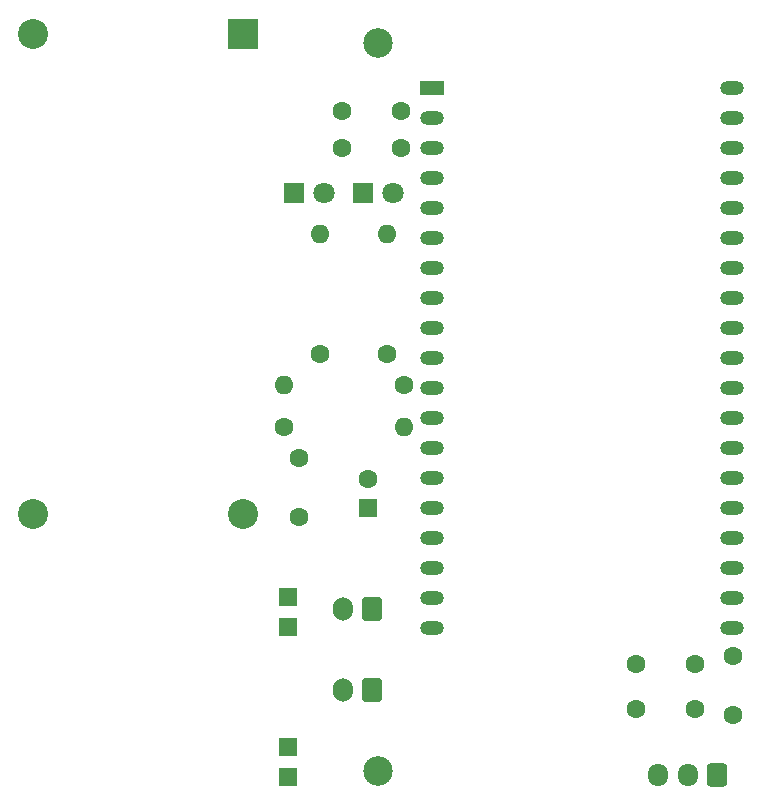
<source format=gbr>
G04 #@! TF.GenerationSoftware,KiCad,Pcbnew,7.0.9*
G04 #@! TF.CreationDate,2023-12-29T14:02:29-03:00*
G04 #@! TF.ProjectId,module,6d6f6475-6c65-42e6-9b69-6361645f7063,v2.2*
G04 #@! TF.SameCoordinates,Original*
G04 #@! TF.FileFunction,Soldermask,Top*
G04 #@! TF.FilePolarity,Negative*
%FSLAX46Y46*%
G04 Gerber Fmt 4.6, Leading zero omitted, Abs format (unit mm)*
G04 Created by KiCad (PCBNEW 7.0.9) date 2023-12-29 14:02:29*
%MOMM*%
%LPD*%
G01*
G04 APERTURE LIST*
G04 Aperture macros list*
%AMRoundRect*
0 Rectangle with rounded corners*
0 $1 Rounding radius*
0 $2 $3 $4 $5 $6 $7 $8 $9 X,Y pos of 4 corners*
0 Add a 4 corners polygon primitive as box body*
4,1,4,$2,$3,$4,$5,$6,$7,$8,$9,$2,$3,0*
0 Add four circle primitives for the rounded corners*
1,1,$1+$1,$2,$3*
1,1,$1+$1,$4,$5*
1,1,$1+$1,$6,$7*
1,1,$1+$1,$8,$9*
0 Add four rect primitives between the rounded corners*
20,1,$1+$1,$2,$3,$4,$5,0*
20,1,$1+$1,$4,$5,$6,$7,0*
20,1,$1+$1,$6,$7,$8,$9,0*
20,1,$1+$1,$8,$9,$2,$3,0*%
G04 Aperture macros list end*
%ADD10R,2.540000X2.540000*%
%ADD11C,2.540000*%
%ADD12R,1.800000X1.800000*%
%ADD13C,1.800000*%
%ADD14R,2.000000X1.200000*%
%ADD15O,2.000000X1.200000*%
%ADD16C,1.600000*%
%ADD17O,1.600000X1.600000*%
%ADD18R,1.600000X1.600000*%
%ADD19RoundRect,0.250000X0.600000X0.750000X-0.600000X0.750000X-0.600000X-0.750000X0.600000X-0.750000X0*%
%ADD20O,1.700000X2.000000*%
%ADD21RoundRect,0.250000X0.600000X0.725000X-0.600000X0.725000X-0.600000X-0.725000X0.600000X-0.725000X0*%
%ADD22O,1.700000X1.950000*%
%ADD23R,1.524000X1.524000*%
%ADD24C,2.500000*%
G04 APERTURE END LIST*
D10*
X138570000Y-49238000D03*
D11*
X120790000Y-49238000D03*
X120790000Y-89878000D03*
X138570000Y-89878000D03*
D12*
X148730000Y-62700000D03*
D13*
X151270000Y-62700000D03*
D14*
X154572000Y-53810000D03*
D15*
X154572000Y-56350000D03*
X154572000Y-58890000D03*
X154572000Y-61430000D03*
X154572000Y-63970000D03*
X154572000Y-66510000D03*
X154572000Y-69050000D03*
X154572000Y-71590000D03*
X154572000Y-74130000D03*
X154572000Y-76670000D03*
X154572000Y-79210000D03*
X154572000Y-81750000D03*
X154572000Y-84290000D03*
X154572000Y-86830000D03*
X154572000Y-89370000D03*
X154572000Y-91910000D03*
X154572000Y-94450000D03*
X154572000Y-96990000D03*
X154572000Y-99530000D03*
X179968320Y-99527280D03*
X179968320Y-96987280D03*
X179972000Y-94450000D03*
X179972000Y-91910000D03*
X179972000Y-89370000D03*
X179972000Y-86830000D03*
X179972000Y-84290000D03*
X179972000Y-81750000D03*
X179972000Y-79210000D03*
X179972000Y-76670000D03*
X179972000Y-74130000D03*
X179972000Y-71590000D03*
X179972000Y-69050000D03*
X179972000Y-66510000D03*
X179972000Y-63970000D03*
X179972000Y-61430000D03*
X179972000Y-58890000D03*
X179972000Y-56350000D03*
X179972000Y-53810000D03*
D16*
X152159000Y-78956000D03*
D17*
X141999000Y-78956000D03*
D16*
X145047000Y-76289000D03*
D17*
X145047000Y-66129000D03*
D18*
X149111000Y-89370000D03*
D16*
X149111000Y-86870000D03*
X141999000Y-82512000D03*
D17*
X152159000Y-82512000D03*
D19*
X149492000Y-97879000D03*
D20*
X146992000Y-97879000D03*
D21*
X178702000Y-111976000D03*
D22*
X176202000Y-111976000D03*
X173702000Y-111976000D03*
D16*
X143269000Y-90132000D03*
X143269000Y-85132000D03*
D23*
X142380000Y-96863000D03*
X142380000Y-99403000D03*
X142380000Y-109563000D03*
X142380000Y-112103000D03*
D24*
X150000000Y-50000000D03*
D16*
X171844000Y-102578000D03*
X176844000Y-102578000D03*
D24*
X150000000Y-111595000D03*
D16*
X151952000Y-58890000D03*
X146952000Y-58890000D03*
X150762000Y-76289000D03*
D17*
X150762000Y-66129000D03*
D19*
X149492000Y-104737000D03*
D20*
X146992000Y-104737000D03*
D16*
X171804000Y-106388000D03*
X176804000Y-106388000D03*
X180019000Y-106896000D03*
X180019000Y-101896000D03*
X151952000Y-55715000D03*
X146952000Y-55715000D03*
D12*
X142888000Y-62700000D03*
D13*
X145428000Y-62700000D03*
M02*

</source>
